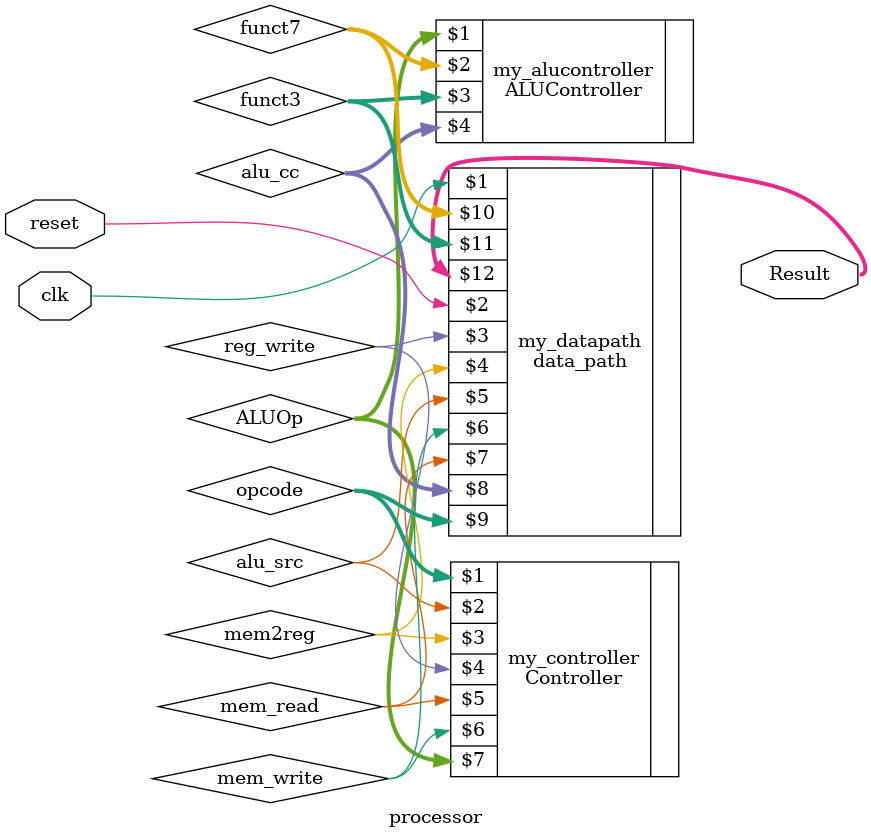
<source format=v>
`timescale 1ns / 1ps

module processor
(
    input clk , reset ,
    output [31:0] Result
);

// Define the processor modules behavior
wire reg_write, mem2reg, alu_src, mem_write, mem_read;
wire [3:0] alu_cc;
wire [6:0] opcode, funct7;
wire [2:0] funct3;
wire [1:0] ALUOp;

data_path my_datapath(clk, reset, reg_write, mem2reg, alu_src, mem_write, mem_read, alu_cc, opcode, funct7, funct3, Result);
Controller my_controller(opcode, alu_src, mem2reg, reg_write, mem_read, mem_write, ALUOp);
ALUController my_alucontroller(ALUOp, funct7, funct3, alu_cc);

endmodule // processor

</source>
